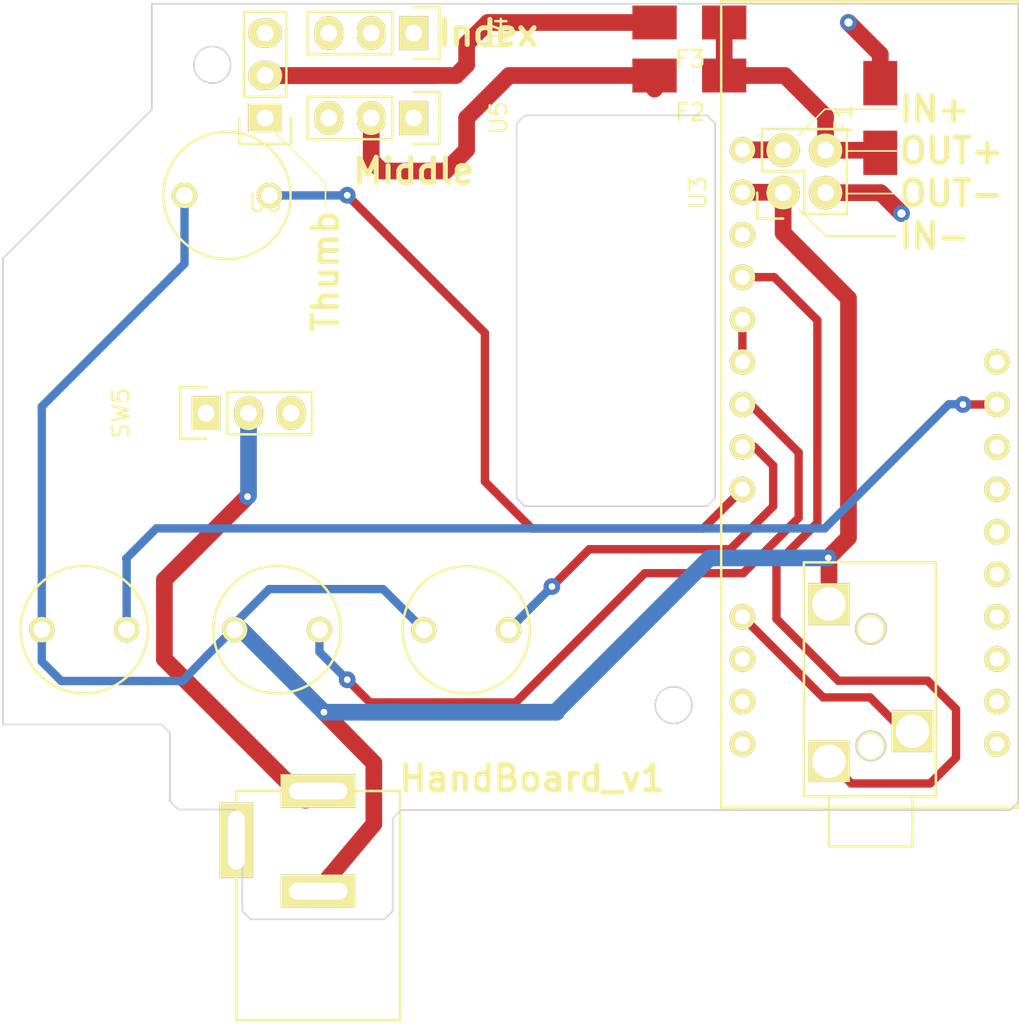
<source format=kicad_pcb>
(kicad_pcb (version 4) (host pcbnew 4.0.1-stable)

  (general
    (links 30)
    (no_connects 0)
    (area 95.268 66.530187 157.666101 152.344648)
    (thickness 1.6)
    (drawings 50)
    (tracks 182)
    (zones 0)
    (modules 15)
    (nets 29)
  )

  (page A4)
  (layers
    (0 F.Cu signal)
    (1 In1.Cu signal)
    (2 In2.Cu signal)
    (31 B.Cu signal)
    (32 B.Adhes user)
    (33 F.Adhes user)
    (34 B.Paste user)
    (35 F.Paste user)
    (36 B.SilkS user)
    (37 F.SilkS user)
    (38 B.Mask user)
    (39 F.Mask user)
    (40 Dwgs.User user)
    (41 Cmts.User user)
    (42 Eco1.User user)
    (43 Eco2.User user)
    (44 Edge.Cuts user)
    (45 Margin user)
    (46 B.CrtYd user)
    (47 F.CrtYd user)
    (48 B.Fab user)
    (49 F.Fab user)
  )

  (setup
    (last_trace_width 0.5)
    (user_trace_width 0.5)
    (user_trace_width 1)
    (trace_clearance 0.2)
    (zone_clearance 0.508)
    (zone_45_only no)
    (trace_min 0.2)
    (segment_width 0.1)
    (edge_width 0.1)
    (via_size 1)
    (via_drill 0.5)
    (via_min_size 0.4)
    (via_min_drill 0.4)
    (user_via 1 0.4)
    (user_via 1.5 0.4)
    (uvia_size 0.3)
    (uvia_drill 0.1)
    (uvias_allowed no)
    (uvia_min_size 0.2)
    (uvia_min_drill 0.1)
    (pcb_text_width 0.3)
    (pcb_text_size 1.5 1.5)
    (mod_edge_width 0.15)
    (mod_text_size 1 1)
    (mod_text_width 0.15)
    (pad_size 2 4.5)
    (pad_drill 1)
    (pad_to_mask_clearance 0.1)
    (solder_mask_min_width 0.1)
    (aux_axis_origin 157.4711 80.7836)
    (grid_origin 156.1211 84.6836)
    (visible_elements 7FFCDE09)
    (pcbplotparams
      (layerselection 0x010f0_80000001)
      (usegerberextensions true)
      (excludeedgelayer true)
      (linewidth 0.100000)
      (plotframeref false)
      (viasonmask false)
      (mode 1)
      (useauxorigin false)
      (hpglpennumber 1)
      (hpglpenspeed 20)
      (hpglpendiameter 15)
      (hpglpenoverlay 2)
      (psnegative false)
      (psa4output false)
      (plotreference false)
      (plotvalue false)
      (plotinvisibletext false)
      (padsonsilk false)
      (subtractmaskfromsilk false)
      (outputformat 1)
      (mirror false)
      (drillshape 0)
      (scaleselection 1)
      (outputdirectory 160111HandBoard_v1_2/))
  )

  (net 0 "")
  (net 1 "Net-(CON1-Pad3)")
  (net 2 "Net-(CON1-Pad1)")
  (net 3 "Net-(SW5-Pad1)")
  (net 4 "Net-(SW5-Pad3)")
  (net 5 "Net-(U1-Pad4)")
  (net 6 "Net-(U1-Pad2)")
  (net 7 "Net-(U2-PadRST)")
  (net 8 "Net-(U2-PadNC)")
  (net 9 "Net-(U2-Pad13)")
  (net 10 "Net-(U2-Pad3)")
  (net 11 "Net-(U2-Pad5)")
  (net 12 "Net-(U2-Pad6)")
  (net 13 "Net-(U2-Pad7)")
  (net 14 "Net-(U2-Pad8)")
  (net 15 "Net-(U2-Pad10)")
  (net 16 "Net-(U2-Pad11)")
  (net 17 "Net-(U2-Pad12)")
  (net 18 "Net-(U3-Pad3)")
  (net 19 "Net-(SW1:MAX1-Pad2)")
  (net 20 "Net-(SW2:MIN1-Pad2)")
  (net 21 "Net-(SW3:Thumb1-Pad2)")
  (net 22 "Net-(SW4:Middle1-Pad2)")
  (net 23 "Net-(F1-Pad1)")
  (net 24 "Net-(F1-Pad2)")
  (net 25 "Net-(F2-Pad2)")
  (net 26 "Net-(F3-Pad2)")
  (net 27 "Net-(CON1-Pad2)")
  (net 28 "Net-(U2-Pad3V3)")

  (net_class Default "これは標準のネット クラスです。"
    (clearance 0.2)
    (trace_width 0.5)
    (via_dia 1)
    (via_drill 0.5)
    (uvia_dia 0.3)
    (uvia_drill 0.1)
    (add_net "Net-(CON1-Pad1)")
    (add_net "Net-(CON1-Pad2)")
    (add_net "Net-(CON1-Pad3)")
    (add_net "Net-(F1-Pad1)")
    (add_net "Net-(F1-Pad2)")
    (add_net "Net-(F2-Pad2)")
    (add_net "Net-(F3-Pad2)")
    (add_net "Net-(SW1:MAX1-Pad2)")
    (add_net "Net-(SW2:MIN1-Pad2)")
    (add_net "Net-(SW3:Thumb1-Pad2)")
    (add_net "Net-(SW4:Middle1-Pad2)")
    (add_net "Net-(SW5-Pad1)")
    (add_net "Net-(SW5-Pad3)")
    (add_net "Net-(U1-Pad2)")
    (add_net "Net-(U1-Pad4)")
    (add_net "Net-(U2-Pad10)")
    (add_net "Net-(U2-Pad11)")
    (add_net "Net-(U2-Pad12)")
    (add_net "Net-(U2-Pad13)")
    (add_net "Net-(U2-Pad3)")
    (add_net "Net-(U2-Pad3V3)")
    (add_net "Net-(U2-Pad5)")
    (add_net "Net-(U2-Pad6)")
    (add_net "Net-(U2-Pad7)")
    (add_net "Net-(U2-Pad8)")
    (add_net "Net-(U2-PadNC)")
    (add_net "Net-(U2-PadRST)")
    (add_net "Net-(U3-Pad3)")
  )

  (net_class Custom01 ""
    (clearance 0.2)
    (trace_width 1)
    (via_dia 2)
    (via_drill 0.5)
    (uvia_dia 0.3)
    (uvia_drill 0.1)
  )

  (module Pin_Headers:Pin_Header_Straight_2x02 (layer F.Cu) (tedit 56332AA7) (tstamp 55951767)
    (at 143.3195 92.329 90)
    (descr "Through hole pin header")
    (tags "pin header")
    (path /55C499A9)
    (fp_text reference U3 (at 0 -5.1 90) (layer F.SilkS)
      (effects (font (size 1 1) (thickness 0.15)))
    )
    (fp_text value "Seed_Studio_Adjustable_DC/DC_Power_Converter_(1.25V_-_35V/3A)" (at 0 -3.1 90) (layer F.Fab)
      (effects (font (size 1 1) (thickness 0.15)))
    )
    (fp_line (start -1.75 -1.75) (end -1.75 4.3) (layer F.CrtYd) (width 0.05))
    (fp_line (start 4.3 -1.75) (end 4.3 4.3) (layer F.CrtYd) (width 0.05))
    (fp_line (start -1.75 -1.75) (end 4.3 -1.75) (layer F.CrtYd) (width 0.05))
    (fp_line (start -1.75 4.3) (end 4.3 4.3) (layer F.CrtYd) (width 0.05))
    (fp_line (start -1.55 0) (end -1.55 -1.55) (layer F.SilkS) (width 0.15))
    (fp_line (start 0 -1.55) (end -1.55 -1.55) (layer F.SilkS) (width 0.15))
    (fp_line (start -1.27 1.27) (end 1.27 1.27) (layer F.SilkS) (width 0.15))
    (fp_line (start 1.27 1.27) (end 1.27 -1.27) (layer F.SilkS) (width 0.15))
    (fp_line (start 1.27 -1.27) (end 3.81 -1.27) (layer F.SilkS) (width 0.15))
    (fp_line (start 3.81 -1.27) (end 3.81 3.81) (layer F.SilkS) (width 0.15))
    (fp_line (start 3.81 3.81) (end -1.27 3.81) (layer F.SilkS) (width 0.15))
    (fp_line (start -1.27 3.81) (end -1.27 1.27) (layer F.SilkS) (width 0.15))
    (pad 2 thru_hole circle (at 0 0 90) (size 2 2) (drill 1) (layers *.Cu *.Mask F.SilkS)
      (net 27 "Net-(CON1-Pad2)"))
    (pad 1 thru_hole oval (at 2.54 0 90) (size 2 2) (drill 1) (layers *.Cu *.Mask F.SilkS)
      (net 3 "Net-(SW5-Pad1)"))
    (pad 3 thru_hole oval (at 0 2.54 90) (size 2 2) (drill 1) (layers *.Cu *.Mask F.SilkS)
      (net 18 "Net-(U3-Pad3)"))
    (pad 4 thru_hole oval (at 2.54 2.54 90) (size 2 2) (drill 1) (layers *.Cu *.Mask F.SilkS)
      (net 23 "Net-(F1-Pad1)"))
    (model Pin_Headers.3dshapes/Pin_Header_Straight_2x02.wrl
      (at (xyz 0.05 -0.05 0))
      (scale (xyz 1 1 1))
      (rotate (xyz 0 0 90))
    )
  )

  (module HACKberry_v1:SKRGAQ0010 (layer F.Cu) (tedit 56333A90) (tstamp 55951BFF)
    (at 101.473 118.4783 90)
    (path /555F3438)
    (fp_text reference SW1:MAX1 (at 0 5.08 90) (layer F.SilkS) hide
      (effects (font (size 1 1) (thickness 0.15)))
    )
    (fp_text value SW_PUSH_SKRGAQD010 (at 0 -5.08 90) (layer F.Fab)
      (effects (font (size 1 1) (thickness 0.15)))
    )
    (fp_circle (center 0 0) (end 0 -3.81) (layer F.SilkS) (width 0.15))
    (pad 1 thru_hole circle (at 0 -2.54 90) (size 1.524 1.524) (drill 1) (layers *.Cu *.Mask F.SilkS)
      (net 27 "Net-(CON1-Pad2)"))
    (pad 2 thru_hole circle (at 0 2.54 90) (size 1.524 1.524) (drill 1) (layers *.Cu *.Mask F.SilkS)
      (net 19 "Net-(SW1:MAX1-Pad2)"))
  )

  (module HACKberry_v1:SKRGAQ0010 (layer F.Cu) (tedit 56333A84) (tstamp 55951C05)
    (at 113.0173 118.4783 90)
    (path /555F3584)
    (fp_text reference SW2:MIN1 (at 0 5.08 90) (layer F.SilkS) hide
      (effects (font (size 1 1) (thickness 0.15)))
    )
    (fp_text value SW_PUSH_SKRGAQD010 (at 0 -5.08 90) (layer F.Fab)
      (effects (font (size 1 1) (thickness 0.15)))
    )
    (fp_circle (center 0 0) (end 0 -3.81) (layer F.SilkS) (width 0.15))
    (pad 1 thru_hole circle (at 0 -2.54 90) (size 1.524 1.524) (drill 1) (layers *.Cu *.Mask F.SilkS)
      (net 27 "Net-(CON1-Pad2)"))
    (pad 2 thru_hole circle (at 0 2.54 90) (size 1.524 1.524) (drill 1) (layers *.Cu *.Mask F.SilkS)
      (net 20 "Net-(SW2:MIN1-Pad2)"))
  )

  (module HACKberry_v1:SKRGAQ0010 (layer F.Cu) (tedit 56333A76) (tstamp 55951C0B)
    (at 124.3457 118.491 90)
    (path /555F35CD)
    (fp_text reference SW3:Thumb1 (at 0 5.08 90) (layer F.SilkS) hide
      (effects (font (size 1 1) (thickness 0.15)))
    )
    (fp_text value SW_PUSH_SKRGAQD010 (at 0 -5.08 90) (layer F.Fab)
      (effects (font (size 1 1) (thickness 0.15)))
    )
    (fp_circle (center 0 0) (end 0 -3.81) (layer F.SilkS) (width 0.15))
    (pad 1 thru_hole circle (at 0 -2.54 90) (size 1.524 1.524) (drill 1) (layers *.Cu *.Mask F.SilkS)
      (net 27 "Net-(CON1-Pad2)"))
    (pad 2 thru_hole circle (at 0 2.54 90) (size 1.524 1.524) (drill 1) (layers *.Cu *.Mask F.SilkS)
      (net 21 "Net-(SW3:Thumb1-Pad2)"))
  )

  (module HACKberry_v1:SKRGAQ0010 (layer F.Cu) (tedit 5633399F) (tstamp 55951C11)
    (at 110.0201 92.4941 90)
    (path /55950644)
    (fp_text reference SW4:Middle1 (at 0 5.08 90) (layer F.SilkS) hide
      (effects (font (size 1 1) (thickness 0.15)))
    )
    (fp_text value SW_PUSH_SKRGAQD010 (at 0 -5.08 90) (layer F.Fab)
      (effects (font (size 1 1) (thickness 0.15)))
    )
    (fp_circle (center 0 0) (end 0 -3.81) (layer F.SilkS) (width 0.15))
    (pad 1 thru_hole circle (at 0 -2.54 90) (size 1.524 1.524) (drill 1) (layers *.Cu *.Mask F.SilkS)
      (net 27 "Net-(CON1-Pad2)"))
    (pad 2 thru_hole circle (at 0 2.54 90) (size 1.524 1.524) (drill 1) (layers *.Cu *.Mask F.SilkS)
      (net 22 "Net-(SW4:Middle1-Pad2)"))
  )

  (module HACKberry_v1:MINIATURE_JACK_MJ-4535-3 (layer F.Cu) (tedit 56332A45) (tstamp 55951739)
    (at 148.5646 125.4506 270)
    (path /55C4B2D6)
    (fp_text reference U1 (at 0 3.81 270) (layer F.SilkS) hide
      (effects (font (size 1 1) (thickness 0.15)))
    )
    (fp_text value 3-CONDUCTOR_MINIATUIRE_JACK_MJ-4535-3-RESCUE-HandBoard_v1 (at 0 -5 270) (layer F.Fab)
      (effects (font (size 1 1) (thickness 0.15)))
    )
    (fp_line (start 3 -3.9) (end -11 -3.9) (layer F.SilkS) (width 0.15))
    (fp_line (start -11 -3.9) (end -11 4) (layer F.SilkS) (width 0.15))
    (fp_line (start -11 4) (end 3 4) (layer F.SilkS) (width 0.15))
    (fp_line (start 3 4) (end 3 -3.9) (layer F.SilkS) (width 0.15))
    (fp_line (start 6 2.5) (end 3 2.5) (layer F.SilkS) (width 0.15))
    (fp_line (start 6 -2.5) (end 6 2.5) (layer F.SilkS) (width 0.15))
    (fp_line (start 3 -2.5) (end 6 -2.5) (layer F.SilkS) (width 0.15))
    (fp_circle (center -7 0) (end -6.8 0.8) (layer F.SilkS) (width 0.15))
    (fp_circle (center 0 0) (end -0.2 0.8) (layer F.SilkS) (width 0.15))
    (pad 4 thru_hole rect (at -0.9 -2.5 270) (size 2.5 2.5) (drill oval 2) (layers *.Cu *.Mask F.SilkS)
      (net 5 "Net-(U1-Pad4)"))
    (pad 2 thru_hole rect (at 0.9 2.5 270) (size 2.5 2.5) (drill oval 2) (layers *.Cu *.Mask F.SilkS)
      (net 6 "Net-(U1-Pad2)"))
    (pad 1 thru_hole rect (at -8.5 2.5 270) (size 2.5 2.5) (drill oval 2) (layers *.Cu *.Mask F.SilkS)
      (net 27 "Net-(CON1-Pad2)"))
  )

  (module Pin_Headers:Pin_Header_Straight_1x03 (layer F.Cu) (tedit 5633395B) (tstamp 5595177C)
    (at 112.3061 87.8586 180)
    (descr "Through hole pin header")
    (tags "pin header")
    (path /55C4ACE8)
    (fp_text reference U6 (at 0 -5.1 180) (layer F.SilkS)
      (effects (font (size 1 1) (thickness 0.15)))
    )
    (fp_text value Servo_Motor_ES08MD (at 0 -3.1 180) (layer F.Fab)
      (effects (font (size 1 1) (thickness 0.15)))
    )
    (fp_line (start -1.75 -1.75) (end -1.75 6.85) (layer F.CrtYd) (width 0.05))
    (fp_line (start 1.75 -1.75) (end 1.75 6.85) (layer F.CrtYd) (width 0.05))
    (fp_line (start -1.75 -1.75) (end 1.75 -1.75) (layer F.CrtYd) (width 0.05))
    (fp_line (start -1.75 6.85) (end 1.75 6.85) (layer F.CrtYd) (width 0.05))
    (fp_line (start -1.27 1.27) (end -1.27 6.35) (layer F.SilkS) (width 0.15))
    (fp_line (start -1.27 6.35) (end 1.27 6.35) (layer F.SilkS) (width 0.15))
    (fp_line (start 1.27 6.35) (end 1.27 1.27) (layer F.SilkS) (width 0.15))
    (fp_line (start 1.55 -1.55) (end 1.55 0) (layer F.SilkS) (width 0.15))
    (fp_line (start 1.27 1.27) (end -1.27 1.27) (layer F.SilkS) (width 0.15))
    (fp_line (start -1.55 0) (end -1.55 -1.55) (layer F.SilkS) (width 0.15))
    (fp_line (start -1.55 -1.55) (end 1.55 -1.55) (layer F.SilkS) (width 0.15))
    (pad 1 thru_hole rect (at 0 0 180) (size 2.032 1.7272) (drill 1) (layers *.Cu *.Mask F.SilkS)
      (net 12 "Net-(U2-Pad6)"))
    (pad 2 thru_hole oval (at 0 2.54 180) (size 2.032 1.7272) (drill 1) (layers *.Cu *.Mask F.SilkS)
      (net 26 "Net-(F3-Pad2)"))
    (pad 3 thru_hole oval (at 0 5.08 180) (size 2.032 1.7272) (drill 1) (layers *.Cu *.Mask F.SilkS)
      (net 18 "Net-(U3-Pad3)"))
    (model Pin_Headers.3dshapes/Pin_Header_Straight_1x03.wrl
      (at (xyz 0 -0.1 0))
      (scale (xyz 1 1 1))
      (rotate (xyz 0 0 90))
    )
  )

  (module Pin_Headers:Pin_Header_Straight_1x03 (layer F.Cu) (tedit 56333FF5) (tstamp 55951732)
    (at 108.77042 105.52176 90)
    (descr "Through hole pin header")
    (tags "pin header")
    (path /555F35ED)
    (fp_text reference SW5 (at 0 -5.1 90) (layer F.SilkS)
      (effects (font (size 1 1) (thickness 0.15)))
    )
    (fp_text value SWITCH_SS-12SDP2 (at 0 -3.1 90) (layer F.Fab)
      (effects (font (size 1 1) (thickness 0.15)))
    )
    (fp_line (start -1.75 -1.75) (end -1.75 6.85) (layer F.CrtYd) (width 0.05))
    (fp_line (start 1.75 -1.75) (end 1.75 6.85) (layer F.CrtYd) (width 0.05))
    (fp_line (start -1.75 -1.75) (end 1.75 -1.75) (layer F.CrtYd) (width 0.05))
    (fp_line (start -1.75 6.85) (end 1.75 6.85) (layer F.CrtYd) (width 0.05))
    (fp_line (start -1.27 1.27) (end -1.27 6.35) (layer F.SilkS) (width 0.15))
    (fp_line (start -1.27 6.35) (end 1.27 6.35) (layer F.SilkS) (width 0.15))
    (fp_line (start 1.27 6.35) (end 1.27 1.27) (layer F.SilkS) (width 0.15))
    (fp_line (start 1.55 -1.55) (end 1.55 0) (layer F.SilkS) (width 0.15))
    (fp_line (start 1.27 1.27) (end -1.27 1.27) (layer F.SilkS) (width 0.15))
    (fp_line (start -1.55 0) (end -1.55 -1.55) (layer F.SilkS) (width 0.15))
    (fp_line (start -1.55 -1.55) (end 1.55 -1.55) (layer F.SilkS) (width 0.15))
    (pad 1 thru_hole rect (at 0 0 90) (size 2.032 1.7272) (drill 1) (layers *.Cu *.Mask F.SilkS)
      (net 3 "Net-(SW5-Pad1)"))
    (pad 2 thru_hole oval (at 0 2.54 90) (size 2.032 1.7272) (drill 1) (layers *.Cu *.Mask F.SilkS)
      (net 2 "Net-(CON1-Pad1)"))
    (pad 3 thru_hole oval (at 0 5.08 90) (size 2.032 1.7272) (drill 1) (layers *.Cu *.Mask F.SilkS)
      (net 4 "Net-(SW5-Pad3)"))
    (model Pin_Headers.3dshapes/Pin_Header_Straight_1x03.wrl
      (at (xyz 0 -0.1 0))
      (scale (xyz 1 1 1))
      (rotate (xyz 0 0 90))
    )
  )

  (module Pin_Headers:Pin_Header_Straight_1x03 (layer F.Cu) (tedit 56333981) (tstamp 5595176E)
    (at 121.1961 82.7786 270)
    (descr "Through hole pin header")
    (tags "pin header")
    (path /55C4A9EF)
    (fp_text reference U4 (at 0 -5.1 270) (layer F.SilkS)
      (effects (font (size 1 1) (thickness 0.15)))
    )
    (fp_text value Servo_Motor_S03N (at 0 -3.1 270) (layer F.Fab)
      (effects (font (size 1 1) (thickness 0.15)))
    )
    (fp_line (start -1.75 -1.75) (end -1.75 6.85) (layer F.CrtYd) (width 0.05))
    (fp_line (start 1.75 -1.75) (end 1.75 6.85) (layer F.CrtYd) (width 0.05))
    (fp_line (start -1.75 -1.75) (end 1.75 -1.75) (layer F.CrtYd) (width 0.05))
    (fp_line (start -1.75 6.85) (end 1.75 6.85) (layer F.CrtYd) (width 0.05))
    (fp_line (start -1.27 1.27) (end -1.27 6.35) (layer F.SilkS) (width 0.15))
    (fp_line (start -1.27 6.35) (end 1.27 6.35) (layer F.SilkS) (width 0.15))
    (fp_line (start 1.27 6.35) (end 1.27 1.27) (layer F.SilkS) (width 0.15))
    (fp_line (start 1.55 -1.55) (end 1.55 0) (layer F.SilkS) (width 0.15))
    (fp_line (start 1.27 1.27) (end -1.27 1.27) (layer F.SilkS) (width 0.15))
    (fp_line (start -1.55 0) (end -1.55 -1.55) (layer F.SilkS) (width 0.15))
    (fp_line (start -1.55 -1.55) (end 1.55 -1.55) (layer F.SilkS) (width 0.15))
    (pad 1 thru_hole rect (at 0 0 270) (size 2.032 1.7272) (drill 1) (layers *.Cu *.Mask F.SilkS)
      (net 10 "Net-(U2-Pad3)"))
    (pad 2 thru_hole oval (at 0 2.54 270) (size 2.032 1.7272) (drill 1) (layers *.Cu *.Mask F.SilkS)
      (net 24 "Net-(F1-Pad2)"))
    (pad 3 thru_hole oval (at 0 5.08 270) (size 2.032 1.7272) (drill 1) (layers *.Cu *.Mask F.SilkS)
      (net 18 "Net-(U3-Pad3)"))
    (model Pin_Headers.3dshapes/Pin_Header_Straight_1x03.wrl
      (at (xyz 0 -0.1 0))
      (scale (xyz 1 1 1))
      (rotate (xyz 0 0 90))
    )
  )

  (module Pin_Headers:Pin_Header_Straight_1x03 (layer F.Cu) (tedit 56333970) (tstamp 55951775)
    (at 121.1961 87.8586 270)
    (descr "Through hole pin header")
    (tags "pin header")
    (path /55C4ACAA)
    (fp_text reference U5 (at 0 -5.1 270) (layer F.SilkS)
      (effects (font (size 1 1) (thickness 0.15)))
    )
    (fp_text value Servo_Motor_ES08MD (at 0 -3.1 270) (layer F.Fab)
      (effects (font (size 1 1) (thickness 0.15)))
    )
    (fp_line (start -1.75 -1.75) (end -1.75 6.85) (layer F.CrtYd) (width 0.05))
    (fp_line (start 1.75 -1.75) (end 1.75 6.85) (layer F.CrtYd) (width 0.05))
    (fp_line (start -1.75 -1.75) (end 1.75 -1.75) (layer F.CrtYd) (width 0.05))
    (fp_line (start -1.75 6.85) (end 1.75 6.85) (layer F.CrtYd) (width 0.05))
    (fp_line (start -1.27 1.27) (end -1.27 6.35) (layer F.SilkS) (width 0.15))
    (fp_line (start -1.27 6.35) (end 1.27 6.35) (layer F.SilkS) (width 0.15))
    (fp_line (start 1.27 6.35) (end 1.27 1.27) (layer F.SilkS) (width 0.15))
    (fp_line (start 1.55 -1.55) (end 1.55 0) (layer F.SilkS) (width 0.15))
    (fp_line (start 1.27 1.27) (end -1.27 1.27) (layer F.SilkS) (width 0.15))
    (fp_line (start -1.55 0) (end -1.55 -1.55) (layer F.SilkS) (width 0.15))
    (fp_line (start -1.55 -1.55) (end 1.55 -1.55) (layer F.SilkS) (width 0.15))
    (pad 1 thru_hole rect (at 0 0 270) (size 2.032 1.7272) (drill 1) (layers *.Cu *.Mask F.SilkS)
      (net 11 "Net-(U2-Pad5)"))
    (pad 2 thru_hole oval (at 0 2.54 270) (size 2.032 1.7272) (drill 1) (layers *.Cu *.Mask F.SilkS)
      (net 25 "Net-(F2-Pad2)"))
    (pad 3 thru_hole oval (at 0 5.08 270) (size 2.032 1.7272) (drill 1) (layers *.Cu *.Mask F.SilkS)
      (net 18 "Net-(U3-Pad3)"))
    (model Pin_Headers.3dshapes/Pin_Header_Straight_1x03.wrl
      (at (xyz 0 -0.1 0))
      (scale (xyz 1 1 1))
      (rotate (xyz 0 0 90))
    )
  )

  (module Fuse_Holders_and_Fuses:Fuse_SMD1206_HandSoldering (layer F.Cu) (tedit 0) (tstamp 5763E79E)
    (at 149.1361 87.8586 90)
    (descr "Fuse, Sicherung, SMD1206, Littlefuse-Wickmann 433 Series, Hand Soldering,")
    (tags "Fuse, Sicherung, SMD1206,  Littlefuse-Wickmann 433 Series, Hand Soldering,")
    (path /5763E421)
    (attr smd)
    (fp_text reference F1 (at -0.0508 -2.19964 90) (layer F.SilkS)
      (effects (font (size 1 1) (thickness 0.15)))
    )
    (fp_text value FUSE_Hackberry_large (at -0.14986 2.49936 90) (layer F.Fab)
      (effects (font (size 1 1) (thickness 0.15)))
    )
    (pad 1 smd rect (at -2.08534 0 180) (size 2.02946 2.65176) (layers F.Cu F.Paste F.Mask)
      (net 23 "Net-(F1-Pad1)"))
    (pad 2 smd rect (at 2.08534 0 180) (size 2.02946 2.65176) (layers F.Cu F.Paste F.Mask)
      (net 24 "Net-(F1-Pad2)"))
  )

  (module Fuse_Holders_and_Fuses:Fuse_SMD1206_HandSoldering (layer F.Cu) (tedit 0) (tstamp 5763E7A4)
    (at 137.7061 85.3186 180)
    (descr "Fuse, Sicherung, SMD1206, Littlefuse-Wickmann 433 Series, Hand Soldering,")
    (tags "Fuse, Sicherung, SMD1206,  Littlefuse-Wickmann 433 Series, Hand Soldering,")
    (path /5763E466)
    (attr smd)
    (fp_text reference F2 (at -0.0508 -2.19964 180) (layer F.SilkS)
      (effects (font (size 1 1) (thickness 0.15)))
    )
    (fp_text value FUSE_Hackberry (at -0.14986 2.49936 180) (layer F.Fab)
      (effects (font (size 1 1) (thickness 0.15)))
    )
    (pad 1 smd rect (at -2.08534 0 270) (size 2.02946 2.65176) (layers F.Cu F.Paste F.Mask)
      (net 23 "Net-(F1-Pad1)"))
    (pad 2 smd rect (at 2.08534 0 270) (size 2.02946 2.65176) (layers F.Cu F.Paste F.Mask)
      (net 25 "Net-(F2-Pad2)"))
  )

  (module Fuse_Holders_and_Fuses:Fuse_SMD1206_HandSoldering (layer F.Cu) (tedit 0) (tstamp 5763E7AA)
    (at 137.7061 82.1436 180)
    (descr "Fuse, Sicherung, SMD1206, Littlefuse-Wickmann 433 Series, Hand Soldering,")
    (tags "Fuse, Sicherung, SMD1206,  Littlefuse-Wickmann 433 Series, Hand Soldering,")
    (path /5763E4A1)
    (attr smd)
    (fp_text reference F3 (at -0.0508 -2.19964 180) (layer F.SilkS)
      (effects (font (size 1 1) (thickness 0.15)))
    )
    (fp_text value FUSE_Hackberry (at -0.14986 2.49936 180) (layer F.Fab)
      (effects (font (size 1 1) (thickness 0.15)))
    )
    (pad 1 smd rect (at -2.08534 0 270) (size 2.02946 2.65176) (layers F.Cu F.Paste F.Mask)
      (net 23 "Net-(F1-Pad1)"))
    (pad 2 smd rect (at 2.08534 0 270) (size 2.02946 2.65176) (layers F.Cu F.Paste F.Mask)
      (net 26 "Net-(F3-Pad2)"))
  )

  (module HACKberry_v1:MJ179PH (layer F.Cu) (tedit 5763E5EE) (tstamp 5763E7F2)
    (at 115.4811 141.8336 90)
    (path /55C49688)
    (fp_text reference CON1 (at 13.97 6.35 90) (layer F.SilkS) hide
      (effects (font (size 1 1) (thickness 0.15)))
    )
    (fp_text value BARREL_JACK (at 13.5 -7.25 90) (layer F.Fab)
      (effects (font (size 1 1) (thickness 0.15)))
    )
    (fp_line (start 0 -4.9) (end 13.7 -4.9) (layer F.SilkS) (width 0.15))
    (fp_line (start 13.7 -4.9) (end 13.7 4.9) (layer F.SilkS) (width 0.15))
    (fp_line (start 13.7 4.9) (end 0 4.9) (layer F.SilkS) (width 0.15))
    (fp_line (start 0 4.9) (end 0 -4.9) (layer F.SilkS) (width 0.15))
    (pad 3 thru_hole rect (at 10.75 -4.9 90) (size 4.5 2) (drill oval 3.5 1) (layers *.Cu *.Mask F.SilkS)
      (net 1 "Net-(CON1-Pad3)"))
    (pad 2 thru_hole rect (at 7.7 0 90) (size 2 4.5) (drill oval 1 3.5) (layers *.Cu *.Mask F.SilkS)
      (net 27 "Net-(CON1-Pad2)"))
    (pad 1 thru_hole rect (at 13.7 0 90) (size 2 4.5) (drill oval 1 3.5) (layers *.Cu *.Mask F.SilkS)
      (net 2 "Net-(CON1-Pad1)"))
  )

  (module HACKberry_v1:Arduino_Micro (layer F.Cu) (tedit 575568DF) (tstamp 5763E89A)
    (at 148.5011 105.0036)
    (path /55C4A094)
    (fp_text reference U2 (at 0 0.5) (layer F.SilkS) hide
      (effects (font (size 1 1) (thickness 0.15)))
    )
    (fp_text value Arduino_Micro (at 0 -0.5) (layer F.Fab)
      (effects (font (size 1 1) (thickness 0.15)))
    )
    (fp_line (start -8.89 24.13) (end -8.89 -24.13) (layer F.SilkS) (width 0.15))
    (fp_line (start -8.89 -24.13) (end 8.89 -24.13) (layer F.SilkS) (width 0.15))
    (fp_line (start 8.89 -24.13) (end 8.89 24.13) (layer F.SilkS) (width 0.15))
    (fp_line (start 8.89 24.13) (end -8.89 24.13) (layer F.SilkS) (width 0.15))
    (pad 9 thru_hole circle (at 7.62 12.7) (size 1.524 1.524) (drill 0.9) (layers *.Cu *.Mask F.SilkS))
    (pad 3 thru_hole circle (at 7.62 -2.54) (size 1.524 1.524) (drill 0.9) (layers *.Cu *.Mask F.SilkS)
      (net 10 "Net-(U2-Pad3)"))
    (pad VIN thru_hole circle (at -7.62 -15.24) (size 1.524 1.524) (drill 0.9) (layers *.Cu *.Mask F.SilkS)
      (net 3 "Net-(SW5-Pad1)"))
    (pad GND thru_hole circle (at -7.62 -12.7) (size 1.524 1.524) (drill 0.9) (layers *.Cu *.Mask F.SilkS)
      (net 27 "Net-(CON1-Pad2)"))
    (pad RST thru_hole circle (at -7.62 -10.16) (size 1.524 1.524) (drill 0.9) (layers *.Cu *.Mask F.SilkS)
      (net 7 "Net-(U2-PadRST)"))
    (pad 5V thru_hole circle (at -7.62 -7.62) (size 1.524 1.524) (drill 0.9) (layers *.Cu *.Mask F.SilkS)
      (net 6 "Net-(U1-Pad2)"))
    (pad NC thru_hole circle (at -7.62 -5.08) (size 1.524 1.524) (drill 0.9) (layers *.Cu *.Mask F.SilkS)
      (net 8 "Net-(U2-PadNC)"))
    (pad NC thru_hole circle (at -7.62 -2.54) (size 1.524 1.524) (drill 0.9) (layers *.Cu *.Mask F.SilkS)
      (net 8 "Net-(U2-PadNC)"))
    (pad 13 thru_hole circle (at -7.62 20.32) (size 1.524 1.524) (drill 0.9) (layers *.Cu *.Mask F.SilkS)
      (net 9 "Net-(U2-Pad13)"))
    (pad 3V3 thru_hole circle (at -7.62 17.78) (size 1.524 1.524) (drill 0.9) (layers *.Cu *.Mask F.SilkS)
      (net 28 "Net-(U2-Pad3V3)"))
    (pad AREF thru_hole circle (at -7.62 15.24) (size 1.524 1.524) (drill 0.9) (layers *.Cu *.Mask F.SilkS))
    (pad A0 thru_hole circle (at -7.62 12.7) (size 1.524 1.524) (drill 0.9) (layers *.Cu *.Mask F.SilkS)
      (net 5 "Net-(U1-Pad4)"))
    (pad A3 thru_hole circle (at -7.62 5.08) (size 1.524 1.524) (drill 0.9) (layers *.Cu *.Mask F.SilkS)
      (net 22 "Net-(SW4:Middle1-Pad2)"))
    (pad A4 thru_hole circle (at -7.62 2.54) (size 1.524 1.524) (drill 0.9) (layers *.Cu *.Mask F.SilkS)
      (net 21 "Net-(SW3:Thumb1-Pad2)"))
    (pad A5 thru_hole circle (at -7.62 0) (size 1.524 1.524) (drill 0.9) (layers *.Cu *.Mask F.SilkS)
      (net 20 "Net-(SW2:MIN1-Pad2)"))
    (pad 3 thru_hole circle (at 7.62 -2.54) (size 1.524 1.524) (drill 0.762) (layers *.Cu *.Mask F.SilkS)
      (net 10 "Net-(U2-Pad3)"))
    (pad A6 thru_hole circle (at 7.62 0) (size 1.524 1.524) (drill 0.9) (layers *.Cu *.Mask F.SilkS)
      (net 19 "Net-(SW1:MAX1-Pad2)"))
    (pad 5 thru_hole circle (at 7.62 2.54) (size 1.524 1.524) (drill 0.9) (layers *.Cu *.Mask F.SilkS)
      (net 11 "Net-(U2-Pad5)"))
    (pad 6 thru_hole circle (at 7.62 5.08) (size 1.524 1.524) (drill 0.9) (layers *.Cu *.Mask F.SilkS)
      (net 12 "Net-(U2-Pad6)"))
    (pad 7 thru_hole circle (at 7.62 7.62) (size 1.524 1.524) (drill 0.9) (layers *.Cu *.Mask F.SilkS)
      (net 13 "Net-(U2-Pad7)"))
    (pad 8 thru_hole circle (at 7.62 10.16) (size 1.524 1.524) (drill 0.9) (layers *.Cu *.Mask F.SilkS)
      (net 14 "Net-(U2-Pad8)"))
    (pad 10 thru_hole circle (at 7.62 15.24) (size 1.524 1.524) (drill 0.9) (layers *.Cu *.Mask F.SilkS)
      (net 15 "Net-(U2-Pad10)"))
    (pad 11 thru_hole circle (at 7.62 17.78) (size 1.524 1.524) (drill 0.9) (layers *.Cu *.Mask F.SilkS)
      (net 16 "Net-(U2-Pad11)"))
    (pad 12 thru_hole circle (at 7.62 20.32) (size 1.524 1.524) (drill 0.9) (layers *.Cu *.Mask F.SilkS)
      (net 17 "Net-(U2-Pad12)"))
  )

  (gr_text Middle (at 125.0061 91.0336) (layer F.SilkS)
    (effects (font (size 1.5 1.5) (thickness 0.3)) (justify right))
  )
  (gr_circle (center 148.5711 125.4336) (end 149.1211 126.1336) (layer Edge.Cuts) (width 0.1))
  (gr_circle (center 148.5711 118.4336) (end 149.3711 118.8836) (layer Edge.Cuts) (width 0.1))
  (gr_text HandBoard_v1 (at 120.1711 127.3836) (layer F.SilkS)
    (effects (font (size 1.5 1.5) (thickness 0.3)) (justify left))
  )
  (gr_text IN- (at 150.1211 94.9336) (layer F.SilkS)
    (effects (font (size 1.5 1.5) (thickness 0.3)) (justify left))
  )
  (gr_text IN+ (at 150.1211 87.3336) (layer F.SilkS)
    (effects (font (size 1.5 1.5) (thickness 0.3)) (justify left))
  )
  (gr_line (start 145.8711 94.9336) (end 144.2711 93.3336) (angle 90) (layer F.SilkS) (width 0.1))
  (gr_line (start 150.1211 94.9336) (end 145.8711 94.9336) (angle 90) (layer F.SilkS) (width 0.1))
  (gr_line (start 145.8211 87.3336) (end 144.2711 88.8836) (angle 90) (layer F.SilkS) (width 0.1))
  (gr_line (start 150.1211 87.3336) (end 145.8211 87.3336) (angle 90) (layer F.SilkS) (width 0.1))
  (gr_text OUT- (at 150.1211 92.3836) (layer F.SilkS)
    (effects (font (size 1.5 1.5) (thickness 0.3)) (justify left))
  )
  (gr_text OUT+ (at 150.1211 89.8336) (layer F.SilkS)
    (effects (font (size 1.5 1.5) (thickness 0.3)) (justify left))
  )
  (gr_line (start 147.1211 92.3836) (end 150.1211 92.3836) (angle 90) (layer F.SilkS) (width 0.1) (tstamp 568FBD4C))
  (gr_line (start 147.1211 89.8336) (end 150.1211 89.8336) (angle 90) (layer F.SilkS) (width 0.1))
  (gr_text Index (at 128.8161 82.7786) (layer F.SilkS)
    (effects (font (size 1.5 1.5) (thickness 0.3)) (justify right))
  )
  (gr_text Thumb (at 115.9211 93.2336 90) (layer F.SilkS)
    (effects (font (size 1.5 1.5) (thickness 0.3)) (justify right))
  )
  (gr_line (start 115.9211 91.7336) (end 115.9211 93.2336) (angle 90) (layer F.SilkS) (width 0.1))
  (gr_line (start 112.9211 88.7336) (end 115.9211 91.7336) (angle 90) (layer F.SilkS) (width 0.1))
  (gr_line (start 119.9411 129.7736) (end 119.9411 135.3136) (angle 90) (layer Edge.Cuts) (width 0.1))
  (gr_line (start 111.4411 135.8136) (end 119.4411 135.8136) (angle 90) (layer Edge.Cuts) (width 0.1))
  (gr_line (start 119.9411 135.3136) (end 119.4411 135.8136) (angle 90) (layer Edge.Cuts) (width 0.1))
  (gr_line (start 110.9411 129.7436) (end 110.9411 135.3136) (angle 90) (layer Edge.Cuts) (width 0.1))
  (gr_line (start 110.9411 135.3136) (end 111.4411 135.8136) (angle 90) (layer Edge.Cuts) (width 0.1))
  (gr_line (start 107.1111 129.2436) (end 110.4411 129.2436) (angle 90) (layer Edge.Cuts) (width 0.1))
  (gr_line (start 110.4411 129.2436) (end 110.9411 129.7436) (angle 90) (layer Edge.Cuts) (width 0.1))
  (gr_line (start 106.6011 124.6436) (end 106.6011 128.7436) (angle 90) (layer Edge.Cuts) (width 0.1))
  (gr_line (start 107.1011 129.2436) (end 107.1111 129.2436) (angle 90) (layer Edge.Cuts) (width 0.1))
  (gr_line (start 106.6011 128.7436) (end 107.1011 129.2436) (angle 90) (layer Edge.Cuts) (width 0.1))
  (gr_line (start 96.6111 124.1536) (end 106.1111 124.1536) (angle 90) (layer Edge.Cuts) (width 0.1))
  (gr_line (start 106.1111 124.1536) (end 106.6011 124.6436) (angle 90) (layer Edge.Cuts) (width 0.1))
  (gr_circle (center 148.5711 118.4836) (end 148.6211 117.6336) (layer Eco1.User) (width 0.1))
  (gr_circle (center 148.5711 125.4836) (end 148.5711 124.6336) (layer Eco1.User) (width 0.1))
  (gr_line (start 157.4111 81.0236) (end 105.5211 81.0236) (angle 90) (layer Edge.Cuts) (width 0.1))
  (gr_line (start 157.4111 128.7736) (end 157.4111 81.0236) (angle 90) (layer Edge.Cuts) (width 0.1))
  (gr_line (start 156.9111 129.2736) (end 157.4111 128.7736) (angle 90) (layer Edge.Cuts) (width 0.1))
  (gr_line (start 120.4411 129.2736) (end 156.9111 129.2736) (angle 90) (layer Edge.Cuts) (width 0.1))
  (gr_line (start 119.9411 129.7736) (end 120.4411 129.2736) (angle 90) (layer Edge.Cuts) (width 0.1))
  (gr_line (start 96.6111 96.2636) (end 96.6111 124.1536) (angle 90) (layer Edge.Cuts) (width 0.1))
  (gr_line (start 105.5211 87.3536) (end 96.6111 96.2636) (angle 90) (layer Edge.Cuts) (width 0.1))
  (gr_line (start 105.5211 81.0236) (end 105.5211 87.3536) (angle 90) (layer Edge.Cuts) (width 0.1))
  (gr_line (start 138.7611 87.7036) (end 127.8511 87.7036) (angle 90) (layer Edge.Cuts) (width 0.1))
  (gr_line (start 139.2511 88.1936) (end 138.7611 87.7036) (angle 90) (layer Edge.Cuts) (width 0.1))
  (gr_line (start 139.2511 110.5936) (end 139.2511 88.1936) (angle 90) (layer Edge.Cuts) (width 0.1))
  (gr_line (start 138.7511 111.0936) (end 139.2511 110.5936) (angle 90) (layer Edge.Cuts) (width 0.1))
  (gr_line (start 127.8511 111.0936) (end 138.7511 111.0936) (angle 90) (layer Edge.Cuts) (width 0.1))
  (gr_line (start 127.3611 110.6036) (end 127.8511 111.0936) (angle 90) (layer Edge.Cuts) (width 0.1))
  (gr_line (start 127.3611 88.1936) (end 127.3611 110.6036) (angle 90) (layer Edge.Cuts) (width 0.1))
  (gr_line (start 127.8511 87.7036) (end 127.3611 88.1936) (angle 90) (layer Edge.Cuts) (width 0.1))
  (gr_circle (center 136.7607 122.9964) (end 137.8607 122.9964) (layer Edge.Cuts) (width 0.1))
  (gr_circle (center 109.1407 84.6764) (end 110.2407 84.6764) (layer Edge.Cuts) (width 0.1))

  (segment (start 111.31042 105.52176) (end 111.31042 110.45698) (width 1) (layer B.Cu) (net 2))
  (via (at 111.252 110.5154) (size 1) (drill 0.4) (layers F.Cu B.Cu) (net 2))
  (segment (start 111.31042 110.45698) (end 111.252 110.5154) (width 1) (layer B.Cu) (net 2) (tstamp 55AF8DCC))
  (segment (start 106.2736 116.1542) (end 106.2736 120.23928) (width 1) (layer F.Cu) (net 2) (tstamp 559534BB))
  (segment (start 106.2736 120.23928) (end 114.72164 128.68732) (width 1) (layer F.Cu) (net 2) (tstamp 559534BE))
  (segment (start 106.2736 115.4938) (end 106.2736 116.1542) (width 1) (layer F.Cu) (net 2) (tstamp 55AF8DD0))
  (segment (start 111.252 110.5154) (end 106.2736 115.4938) (width 1) (layer F.Cu) (net 2) (tstamp 55AF8DCF))
  (segment (start 108.77042 105.52176) (end 108.77042 99.64928) (width 1) (layer In1.Cu) (net 3))
  (segment (start 140.8811 87.2236) (end 140.8811 89.7636) (width 1) (layer In1.Cu) (net 3) (tstamp 5763F287))
  (segment (start 139.6111 85.9536) (end 140.8811 87.2236) (width 1) (layer In1.Cu) (net 3) (tstamp 5763F285))
  (segment (start 127.5461 85.9536) (end 139.6111 85.9536) (width 1) (layer In1.Cu) (net 3) (tstamp 5763F283))
  (segment (start 126.2761 87.2236) (end 127.5461 85.9536) (width 1) (layer In1.Cu) (net 3) (tstamp 5763F282))
  (segment (start 126.2761 94.2086) (end 126.2761 87.2236) (width 1) (layer In1.Cu) (net 3) (tstamp 5763F27F))
  (segment (start 123.7361 96.7486) (end 126.2761 94.2086) (width 1) (layer In1.Cu) (net 3) (tstamp 5763F27D))
  (segment (start 111.6711 96.7486) (end 123.7361 96.7486) (width 1) (layer In1.Cu) (net 3) (tstamp 5763F27B))
  (segment (start 108.77042 99.64928) (end 111.6711 96.7486) (width 1) (layer In1.Cu) (net 3) (tstamp 5763F279))
  (segment (start 143.2941 89.7636) (end 143.3195 89.789) (width 0.5) (layer F.Cu) (net 3) (tstamp 55952B6C))
  (segment (start 140.8811 89.7636) (end 143.2941 89.7636) (width 1) (layer F.Cu) (net 3))
  (segment (start 143.2941 89.7636) (end 143.3195 89.789) (width 0.5) (layer F.Cu) (net 3) (tstamp 55CC037C))
  (segment (start 148.5211 122.5336) (end 145.7111 122.5336) (width 0.5) (layer F.Cu) (net 5) (tstamp 56326C86))
  (segment (start 145.7111 122.5336) (end 140.8811 117.7036) (width 0.5) (layer F.Cu) (net 5) (tstamp 56326C89))
  (segment (start 150.5381 124.5506) (end 148.5211 122.5336) (width 0.5) (layer F.Cu) (net 5) (tstamp 56326C82))
  (segment (start 151.0646 124.5506) (end 150.5381 124.5506) (width 1) (layer F.Cu) (net 5))
  (segment (start 140.8811 97.3836) (end 142.7861 97.3836) (width 0.5) (layer F.Cu) (net 6))
  (segment (start 145.3711 112.0836) (end 142.9211 114.5336) (width 0.5) (layer F.Cu) (net 6) (tstamp 5633378A))
  (segment (start 142.9211 114.5336) (end 142.9211 117.8336) (width 0.5) (layer F.Cu) (net 6) (tstamp 5633378E))
  (segment (start 142.9211 117.8336) (end 146.6211 121.5336) (width 0.5) (layer F.Cu) (net 6) (tstamp 56333790))
  (segment (start 146.6211 121.5336) (end 151.9711 121.5336) (width 0.5) (layer F.Cu) (net 6) (tstamp 56333796))
  (segment (start 151.9711 121.5336) (end 153.6711 123.2336) (width 0.5) (layer F.Cu) (net 6) (tstamp 56333798))
  (segment (start 147.3976 127.6836) (end 146.0646 126.3506) (width 0.5) (layer F.Cu) (net 6) (tstamp 563337A1))
  (segment (start 153.6711 123.2336) (end 153.6711 126.1336) (width 0.5) (layer F.Cu) (net 6) (tstamp 5633379B))
  (segment (start 153.6711 126.1336) (end 152.1211 127.6836) (width 0.5) (layer F.Cu) (net 6) (tstamp 5633379C))
  (segment (start 152.1211 127.6836) (end 147.3976 127.6836) (width 0.5) (layer F.Cu) (net 6) (tstamp 5633379E))
  (segment (start 145.3711 99.9686) (end 145.3711 112.0836) (width 0.5) (layer F.Cu) (net 6) (tstamp 5763F513))
  (segment (start 142.7861 97.3836) (end 145.3711 99.9686) (width 0.5) (layer F.Cu) (net 6) (tstamp 5763F511))
  (segment (start 140.8811 97.3836) (end 140.8811 97.3936) (width 0.5) (layer F.Cu) (net 6))
  (segment (start 140.8811 99.9236) (end 140.8811 102.4636) (width 0.5) (layer F.Cu) (net 8))
  (segment (start 121.1961 82.7786) (end 145.3261 82.7786) (width 0.5) (layer In2.Cu) (net 10))
  (segment (start 156.1211 96.1136) (end 156.1211 102.4636) (width 0.5) (layer In2.Cu) (net 10) (tstamp 5763F45C))
  (segment (start 154.2161 94.2086) (end 156.1211 96.1136) (width 0.5) (layer In2.Cu) (net 10) (tstamp 5763F45A))
  (segment (start 154.2161 84.6836) (end 154.2161 94.2086) (width 0.5) (layer In2.Cu) (net 10) (tstamp 5763F453))
  (segment (start 152.9461 83.4136) (end 154.2161 84.6836) (width 0.5) (layer In2.Cu) (net 10) (tstamp 5763F452))
  (segment (start 145.9611 83.4136) (end 152.9461 83.4136) (width 0.5) (layer In2.Cu) (net 10) (tstamp 5763F44D))
  (segment (start 145.3261 82.7786) (end 145.9611 83.4136) (width 0.5) (layer In2.Cu) (net 10) (tstamp 5763F449))
  (segment (start 121.1961 87.8586) (end 123.7361 87.8586) (width 0.5) (layer In2.Cu) (net 11))
  (segment (start 152.9461 107.5436) (end 156.1211 107.5436) (width 0.5) (layer In2.Cu) (net 11) (tstamp 5763F472))
  (segment (start 151.6761 106.2736) (end 152.9461 107.5436) (width 0.5) (layer In2.Cu) (net 11) (tstamp 5763F470))
  (segment (start 151.6761 101.8286) (end 151.6761 106.2736) (width 0.5) (layer In2.Cu) (net 11) (tstamp 5763F46E))
  (segment (start 152.9461 100.5586) (end 151.6761 101.8286) (width 0.5) (layer In2.Cu) (net 11) (tstamp 5763F46D))
  (segment (start 152.9461 87.2236) (end 152.9461 100.5586) (width 0.5) (layer In2.Cu) (net 11) (tstamp 5763F469))
  (segment (start 151.0411 85.3186) (end 152.9461 87.2236) (width 0.5) (layer In2.Cu) (net 11) (tstamp 5763F468))
  (segment (start 126.2761 85.3186) (end 151.0411 85.3186) (width 0.5) (layer In2.Cu) (net 11) (tstamp 5763F464))
  (segment (start 123.7361 87.8586) (end 126.2761 85.3186) (width 0.5) (layer In2.Cu) (net 11) (tstamp 5763F461))
  (segment (start 112.3061 87.8586) (end 112.3061 89.1286) (width 0.5) (layer In2.Cu) (net 12))
  (segment (start 151.0411 110.0836) (end 156.1211 110.0836) (width 0.5) (layer In2.Cu) (net 12) (tstamp 5763F2BF))
  (segment (start 148.5011 107.5436) (end 151.0411 110.0836) (width 0.5) (layer In2.Cu) (net 12) (tstamp 5763F2BC))
  (segment (start 148.5011 87.8586) (end 148.5011 107.5436) (width 0.5) (layer In2.Cu) (net 12) (tstamp 5763F2B3))
  (segment (start 147.2311 86.5886) (end 148.5011 87.8586) (width 0.5) (layer In2.Cu) (net 12) (tstamp 5763F2B2))
  (segment (start 127.5461 86.5886) (end 147.2311 86.5886) (width 0.5) (layer In2.Cu) (net 12) (tstamp 5763F2AB))
  (segment (start 126.2761 87.8586) (end 127.5461 86.5886) (width 0.5) (layer In2.Cu) (net 12) (tstamp 5763F2AA))
  (segment (start 126.2761 89.7636) (end 126.2761 87.8586) (width 0.5) (layer In2.Cu) (net 12) (tstamp 5763F2A9))
  (segment (start 125.0061 91.0336) (end 126.2761 89.7636) (width 0.5) (layer In2.Cu) (net 12) (tstamp 5763F2A7))
  (segment (start 114.2111 91.0336) (end 125.0061 91.0336) (width 0.5) (layer In2.Cu) (net 12) (tstamp 5763F2A4))
  (segment (start 112.3061 89.1286) (end 114.2111 91.0336) (width 0.5) (layer In2.Cu) (net 12) (tstamp 5763F2A2))
  (segment (start 116.1161 82.7786) (end 112.3061 82.7786) (width 1) (layer In1.Cu) (net 18))
  (segment (start 116.1161 87.8586) (end 116.1161 82.7786) (width 1) (layer In1.Cu) (net 18))
  (segment (start 116.1161 87.8586) (end 116.1161 89.7636) (width 1) (layer In1.Cu) (net 18))
  (segment (start 123.1011 90.3986) (end 124.3711 89.1286) (width 1) (layer In1.Cu) (net 18) (tstamp 5763F261))
  (segment (start 124.3711 89.1286) (end 124.3711 86.5886) (width 1) (layer In1.Cu) (net 18) (tstamp 5763F263))
  (segment (start 124.3711 86.5886) (end 127.5461 83.4136) (width 1) (layer In1.Cu) (net 18) (tstamp 5763F266))
  (segment (start 127.5461 83.4136) (end 145.9611 83.4136) (width 1) (layer In1.Cu) (net 18) (tstamp 5763F26B))
  (segment (start 145.9611 83.4136) (end 147.8661 85.3186) (width 1) (layer In1.Cu) (net 18) (tstamp 5763F273))
  (segment (start 150.4061 93.5736) (end 150.4061 87.8586) (width 1) (layer In1.Cu) (net 18))
  (segment (start 149.1615 92.329) (end 145.8595 92.329) (width 1) (layer F.Cu) (net 18))
  (via (at 150.4061 93.5736) (size 1) (drill 0.5) (layers F.Cu B.Cu) (net 18))
  (segment (start 149.1615 92.329) (end 150.4061 93.5736) (width 1) (layer F.Cu) (net 18) (tstamp 5763F100))
  (segment (start 116.7511 90.3986) (end 116.1161 89.7636) (width 1) (layer In1.Cu) (net 18) (tstamp 5763F21C))
  (segment (start 150.4061 87.8586) (end 147.8661 85.3186) (width 1) (layer In1.Cu) (net 18) (tstamp 5763F20C))
  (segment (start 116.7511 90.3986) (end 123.1011 90.3986) (width 1) (layer In1.Cu) (net 18))
  (segment (start 153.2382 104.9909) (end 154.1018 104.9909) (width 0.5) (layer B.Cu) (net 19))
  (segment (start 105.791 112.4204) (end 103.9876 114.2238) (width 0.5) (layer B.Cu) (net 19) (tstamp 55953BF6))
  (segment (start 104.013 114.2492) (end 103.9876 114.2238) (width 0.5) (layer B.Cu) (net 19) (tstamp 55AF8DFD))
  (segment (start 104.013 114.2492) (end 104.013 118.4783) (width 0.5) (layer B.Cu) (net 19))
  (segment (start 153.2382 104.9909) (end 145.8087 112.4204) (width 0.5) (layer B.Cu) (net 19) (tstamp 55953DD2))
  (segment (start 145.8087 112.4204) (end 105.791 112.4204) (width 0.5) (layer B.Cu) (net 19) (tstamp 55953BF3))
  (via (at 154.0891 105.0036) (size 1) (drill 0.4) (layers F.Cu B.Cu) (net 19))
  (segment (start 154.1018 104.9909) (end 154.0891 105.0036) (width 0.5) (layer B.Cu) (net 19) (tstamp 55CC02FF))
  (segment (start 156.1211 105.0036) (end 154.0891 105.0036) (width 0.5) (layer F.Cu) (net 19))
  (segment (start 115.5573 118.4783) (end 115.5573 119.8118) (width 0.5) (layer B.Cu) (net 20))
  (segment (start 115.5573 119.8118) (end 117.221 121.4755) (width 0.5) (layer B.Cu) (net 20) (tstamp 55AF9474))
  (via (at 117.221 121.4755) (size 1) (drill 0.4) (layers F.Cu B.Cu) (net 20))
  (segment (start 117.221 121.4755) (end 118.5799 122.8344) (width 0.5) (layer F.Cu) (net 20) (tstamp 55AF9476))
  (segment (start 118.5799 122.8344) (end 119.9134 122.8344) (width 0.5) (layer F.Cu) (net 20) (tstamp 55AF9477))
  (segment (start 127.3048 122.8344) (end 119.9134 122.8344) (width 0.5) (layer F.Cu) (net 20) (tstamp 55953BDF))
  (segment (start 135.0391 115.1001) (end 127.3048 122.8344) (width 0.5) (layer F.Cu) (net 20) (tstamp 55953BDD))
  (segment (start 140.9319 115.1001) (end 135.0391 115.1001) (width 0.5) (layer F.Cu) (net 20) (tstamp 55953BDB))
  (segment (start 144.2466 111.7854) (end 140.9319 115.1001) (width 0.5) (layer F.Cu) (net 20) (tstamp 55953BD9))
  (segment (start 144.2466 107.8738) (end 144.2466 111.7854) (width 0.5) (layer F.Cu) (net 20) (tstamp 55953BD7))
  (segment (start 144.2466 107.8738) (end 141.3764 105.0036) (width 0.5) (layer F.Cu) (net 20) (tstamp 55953BD6))
  (segment (start 140.8811 105.0036) (end 141.3764 105.0036) (width 0.5) (layer F.Cu) (net 20))
  (segment (start 126.8857 118.491) (end 129.4765 115.9002) (width 0.5) (layer B.Cu) (net 21))
  (via (at 129.4765 115.9002) (size 1) (drill 0.4) (layers F.Cu B.Cu) (net 21))
  (segment (start 142.7226 108.6612) (end 141.605 107.5436) (width 0.5) (layer F.Cu) (net 21) (tstamp 5595354F))
  (segment (start 142.7226 108.6612) (end 142.7226 111.0996) (width 0.5) (layer F.Cu) (net 21) (tstamp 55953551))
  (segment (start 142.7226 111.0996) (end 140.1572 113.665) (width 0.5) (layer F.Cu) (net 21) (tstamp 55953553))
  (segment (start 140.1572 113.665) (end 131.7117 113.665) (width 0.5) (layer F.Cu) (net 21) (tstamp 55953568))
  (segment (start 129.4765 115.9002) (end 131.7117 113.665) (width 0.5) (layer F.Cu) (net 21) (tstamp 55AF8F3E))
  (segment (start 140.8811 107.5436) (end 141.605 107.5436) (width 0.5) (layer F.Cu) (net 21))
  (segment (start 125.4633 109.6137) (end 125.4633 100.7258) (width 0.5) (layer F.Cu) (net 22))
  (segment (start 140.8811 110.0836) (end 138.5316 112.4331) (width 0.5) (layer F.Cu) (net 22) (tstamp 5595354A))
  (segment (start 128.2827 112.4331) (end 138.5316 112.4331) (width 0.5) (layer F.Cu) (net 22) (tstamp 55953546))
  (segment (start 125.4633 109.6137) (end 128.2827 112.4331) (width 0.5) (layer F.Cu) (net 22) (tstamp 55953544))
  (segment (start 117.2106 92.4941) (end 112.5601 92.4941) (width 0.5) (layer B.Cu) (net 22) (tstamp 5632C43A))
  (segment (start 117.2211 92.4836) (end 117.2106 92.4941) (width 0.5) (layer B.Cu) (net 22) (tstamp 5632C439))
  (via (at 117.2211 92.4836) (size 1) (drill 0.4) (layers F.Cu B.Cu) (net 22))
  (segment (start 125.4633 100.7258) (end 117.2211 92.4836) (width 0.5) (layer F.Cu) (net 22) (tstamp 5632C41F))
  (segment (start 139.79144 85.3186) (end 143.4211 85.3186) (width 1) (layer F.Cu) (net 23))
  (segment (start 145.8595 87.757) (end 145.8595 89.789) (width 1) (layer F.Cu) (net 23) (tstamp 5763F3C8))
  (segment (start 143.4211 85.3186) (end 145.8595 87.757) (width 1) (layer F.Cu) (net 23) (tstamp 5763F3C6))
  (segment (start 139.79144 82.1436) (end 139.79144 85.3186) (width 1) (layer F.Cu) (net 23))
  (segment (start 145.8595 89.789) (end 148.98116 89.789) (width 1) (layer F.Cu) (net 23))
  (segment (start 148.98116 89.789) (end 149.1361 89.94394) (width 1) (layer F.Cu) (net 23) (tstamp 5763F3BE))
  (segment (start 140.2715 85.79866) (end 139.79144 85.3186) (width 1) (layer F.Cu) (net 23) (tstamp 5763F042) (status 30))
  (segment (start 147.2311 82.1436) (end 126.2761 82.1436) (width 1) (layer In1.Cu) (net 24))
  (segment (start 149.1361 84.0486) (end 147.2311 82.1436) (width 1) (layer F.Cu) (net 24) (tstamp 5763F418))
  (via (at 147.2311 82.1436) (size 1) (drill 0.5) (layers F.Cu B.Cu) (net 24))
  (segment (start 149.1361 85.77326) (end 149.1361 84.0486) (width 1) (layer F.Cu) (net 24))
  (segment (start 118.6561 84.6836) (end 118.6561 82.7786) (width 1) (layer In1.Cu) (net 24) (tstamp 5763F428))
  (segment (start 119.2911 85.3186) (end 118.6561 84.6836) (width 1) (layer In1.Cu) (net 24) (tstamp 5763F427))
  (segment (start 123.1011 85.3186) (end 119.2911 85.3186) (width 1) (layer In1.Cu) (net 24) (tstamp 5763F423))
  (segment (start 126.2761 82.1436) (end 123.1011 85.3186) (width 1) (layer In1.Cu) (net 24) (tstamp 5763F41E))
  (segment (start 135.62076 85.3186) (end 126.9111 85.3186) (width 1) (layer F.Cu) (net 25))
  (segment (start 118.6561 90.3986) (end 118.6561 87.8586) (width 1) (layer F.Cu) (net 25) (tstamp 5763F3D7))
  (segment (start 119.2911 91.0336) (end 118.6561 90.3986) (width 1) (layer F.Cu) (net 25) (tstamp 5763F3D5))
  (segment (start 123.1011 91.0336) (end 119.2911 91.0336) (width 1) (layer F.Cu) (net 25) (tstamp 5763F3D3))
  (segment (start 124.3711 89.7636) (end 123.1011 91.0336) (width 1) (layer F.Cu) (net 25) (tstamp 5763F3D2))
  (segment (start 124.3711 87.8586) (end 124.3711 89.7636) (width 1) (layer F.Cu) (net 25) (tstamp 5763F3D0))
  (segment (start 126.9111 85.3186) (end 124.3711 87.8586) (width 1) (layer F.Cu) (net 25) (tstamp 5763F3CC))
  (segment (start 135.62076 85.3186) (end 135.62076 86.13394) (width 1) (layer F.Cu) (net 25) (status 30))
  (segment (start 125.6411 82.1436) (end 124.3711 83.4136) (width 1) (layer F.Cu) (net 26))
  (segment (start 135.62076 82.1436) (end 125.6411 82.1436) (width 1) (layer F.Cu) (net 26))
  (segment (start 123.7361 85.3186) (end 112.3061 85.3186) (width 1) (layer F.Cu) (net 26) (tstamp 5763F1E3))
  (segment (start 124.3711 84.6836) (end 123.7361 85.3186) (width 1) (layer F.Cu) (net 26) (tstamp 5763F1E0))
  (segment (start 124.3711 83.4136) (end 124.3711 84.6836) (width 1) (layer F.Cu) (net 26) (tstamp 5763F1DD))
  (segment (start 122.4661 85.3186) (end 112.3061 85.3186) (width 1) (layer F.Cu) (net 26) (tstamp 5763F0CA))
  (segment (start 143.3195 92.329) (end 143.3195 94.742) (width 1) (layer F.Cu) (net 27))
  (segment (start 147.2311 112.9736) (end 146.0211 114.1836) (width 1) (layer F.Cu) (net 27) (tstamp 5763F714))
  (segment (start 147.2311 98.6536) (end 147.2311 112.9736) (width 1) (layer F.Cu) (net 27) (tstamp 5763F711))
  (segment (start 143.3195 94.742) (end 147.2311 98.6536) (width 1) (layer F.Cu) (net 27) (tstamp 5763F70F))
  (segment (start 140.8811 92.3036) (end 143.2941 92.3036) (width 1) (layer F.Cu) (net 27))
  (segment (start 143.2941 92.3036) (end 143.3195 92.329) (width 1) (layer F.Cu) (net 27) (tstamp 5763F705))
  (segment (start 110.4773 118.4783) (end 110.8837 118.4783) (width 0.5) (layer B.Cu) (net 27))
  (segment (start 110.8837 118.4783) (end 115.824 123.4186) (width 1) (layer B.Cu) (net 27) (tstamp 55AF8F74))
  (segment (start 110.4773 118.4783) (end 110.4773 118.1227) (width 0.5) (layer B.Cu) (net 27))
  (segment (start 110.4773 118.1227) (end 112.5474 116.0526) (width 0.5) (layer B.Cu) (net 27) (tstamp 55AF8EF4))
  (segment (start 119.3673 116.0526) (end 121.8057 118.491) (width 0.5) (layer B.Cu) (net 27) (tstamp 55AF8EFA))
  (segment (start 112.5474 116.0526) (end 119.3673 116.0526) (width 0.5) (layer B.Cu) (net 27) (tstamp 55AF8EF8))
  (segment (start 110.4773 118.4783) (end 110.3757 118.4783) (width 0.5) (layer B.Cu) (net 27))
  (segment (start 110.3757 118.4783) (end 108.839 120.015) (width 0.5) (layer B.Cu) (net 27) (tstamp 55AF8ED2))
  (segment (start 98.933 120.3833) (end 100.1014 121.5517) (width 0.5) (layer B.Cu) (net 27) (tstamp 55AF8EB6))
  (segment (start 100.1014 121.5517) (end 105.4735 121.5517) (width 0.5) (layer B.Cu) (net 27) (tstamp 55AF8EC1))
  (segment (start 108.839 120.015) (end 107.3658 121.5517) (width 0.5) (layer B.Cu) (net 27) (tstamp 55953D61))
  (segment (start 105.4735 121.5517) (end 107.3658 121.5517) (width 0.5) (layer B.Cu) (net 27) (tstamp 5595412C))
  (segment (start 98.933 118.4783) (end 98.933 120.3833) (width 0.5) (layer B.Cu) (net 27))
  (segment (start 107.4801 92.4941) (end 107.4801 96.5835) (width 0.5) (layer B.Cu) (net 27))
  (segment (start 98.933 105.1306) (end 98.933 118.4783) (width 0.5) (layer B.Cu) (net 27) (tstamp 55AF8E8A))
  (segment (start 107.4801 96.5835) (end 98.933 105.1306) (width 0.5) (layer B.Cu) (net 27) (tstamp 55AF8E84))
  (segment (start 143.2941 92.3036) (end 143.3195 92.329) (width 0.5) (layer F.Cu) (net 27) (tstamp 55952B6F))
  (segment (start 146.0011 117.0141) (end 146.0011 117.0451) (width 0.5) (layer F.Cu) (net 27))
  (segment (start 98.9457 118.4783) (end 98.933 118.4783) (width 0.5) (layer F.Cu) (net 27) (tstamp 55953CDD))
  (via (at 115.824 123.4186) (size 1) (drill 0.4) (layers F.Cu B.Cu) (net 27))
  (segment (start 115.824 123.4186) (end 118.8141 126.4587) (width 1) (layer F.Cu) (net 27) (tstamp 55AF8F7A))
  (segment (start 118.8141 126.4587) (end 118.8141 126.827) (width 1) (layer F.Cu) (net 27) (tstamp 55AF8F7B))
  (segment (start 118.8141 130.10996) (end 115.39474 134.17932) (width 1) (layer F.Cu) (net 27) (tstamp 55953D40))
  (segment (start 118.8141 126.827) (end 118.8141 130.10996) (width 1) (layer F.Cu) (net 27) (tstamp 55953D3A))
  (segment (start 129.7559 123.3488) (end 138.9211 114.1836) (width 1) (layer B.Cu) (net 27) (tstamp 56326D59))
  (segment (start 138.9211 114.1836) (end 146.0211 114.1836) (width 1) (layer B.Cu) (net 27) (tstamp 56326D5D))
  (via (at 146.0211 114.1836) (size 1) (drill 0.4) (layers F.Cu B.Cu) (net 27))
  (segment (start 115.824 123.4186) (end 129.7559 123.4186) (width 1) (layer B.Cu) (net 27) (tstamp 55AF900D))
  (segment (start 129.7559 123.4186) (end 129.7559 123.3488) (width 1) (layer B.Cu) (net 27))
  (segment (start 146.0646 114.2271) (end 146.0646 116.9506) (width 1) (layer F.Cu) (net 27) (tstamp 56326D8E))
  (segment (start 146.0211 114.1836) (end 146.0646 114.2271) (width 1) (layer F.Cu) (net 27) (tstamp 56326D8D))

  (zone (net 1) (net_name "Net-(CON1-Pad3)") (layer B.Cu) (tstamp 55954802) (hatch edge 0.508)
    (connect_pads (clearance 0.508))
    (min_thickness 0.254)
    (fill yes (arc_segments 16) (thermal_gap 0.508) (thermal_bridge_width 0.508))
    (polygon
      (pts
        (xy 105.4862 80.8355) (xy 105.4989 87.2109) (xy 96.5454 96.1771) (xy 96.6216 123.5456) (xy 97.1042 124.0536)
        (xy 106.0958 124.0409) (xy 106.6038 124.5489) (xy 106.6038 128.6256) (xy 107.0991 129.1336) (xy 110.4138 129.1463)
        (xy 110.9091 129.6035) (xy 111.0107 129.6035) (xy 111.0107 132.4864) (xy 110.9091 132.4864) (xy 110.9091 135.1915)
        (xy 111.4171 135.6995) (xy 119.4054 135.6995) (xy 119.9007 135.2042) (xy 119.9261 129.6289) (xy 120.4087 129.1463)
        (xy 156.8958 129.1209) (xy 157.4038 128.6256) (xy 157.4038 81.3562) (xy 156.8958 80.8609) (xy 107.5817 80.8609)
      )
    )
  )
  (zone (net 1) (net_name "Net-(CON1-Pad3)") (layer F.Cu) (tstamp 55AF9D21) (hatch edge 0.508)
    (connect_pads (clearance 0.508))
    (min_thickness 0.254)
    (fill yes (arc_segments 16) (thermal_gap 0.508) (thermal_bridge_width 0.508))
    (polygon
      (pts
        (xy 105.49128 80.90408) (xy 105.491276 80.914225) (xy 105.4735 80.91424)
      )
    )
  )
  (zone (net 1) (net_name "Net-(CON1-Pad3)") (layer F.Cu) (tstamp 55AF9D6F) (hatch edge 0.508)
    (connect_pads (clearance 0.508))
    (min_thickness 0.254)
    (fill yes (arc_segments 16) (thermal_gap 0.508) (thermal_bridge_width 0.508))
    (polygon
      (pts
        (xy 157.41396 128.63322) (xy 156.92628 129.14376) (xy 120.42648 129.14376) (xy 119.93118 129.63144) (xy 119.9007 135.22452)
        (xy 119.42826 135.71982) (xy 111.41964 135.70458) (xy 110.93196 135.22452) (xy 110.91164 132.50418) (xy 111.0107 132.48894)
        (xy 111.01324 129.62128) (xy 110.8964 129.6035) (xy 110.40872 129.1209) (xy 107.0991 129.12598) (xy 106.59872 128.61798)
        (xy 106.60888 124.54636) (xy 106.1085 124.06122) (xy 97.10928 124.0536) (xy 96.5835 123.52782) (xy 96.60128 96.10344)
        (xy 105.48874 87.20836) (xy 105.491276 80.914225) (xy 156.90342 80.87106) (xy 157.39872 81.35112)
      )
    )
  )
  (zone (net 1) (net_name "Net-(CON1-Pad3)") (layer In1.Cu) (tstamp 5763F991) (hatch edge 0.508)
    (connect_pads (clearance 0.508))
    (min_thickness 0.254)
    (fill yes (arc_segments 16) (thermal_gap 0.508) (thermal_bridge_width 0.508))
    (polygon
      (pts
        (xy 157.3911 129.1336) (xy 120.5611 129.1336) (xy 119.9261 129.7686) (xy 119.9261 135.4836) (xy 119.2911 136.1186)
        (xy 111.6711 136.1186) (xy 111.0361 135.4836) (xy 111.0361 129.7686) (xy 110.4011 129.1336) (xy 107.2261 129.1336)
        (xy 106.5911 128.4986) (xy 106.5911 124.6886) (xy 105.9561 124.0536) (xy 96.4311 124.0536) (xy 96.4311 96.1136)
        (xy 105.3211 87.2236) (xy 105.3211 80.8736) (xy 157.3911 80.8736) (xy 157.3911 129.1336)
      )
    )
  )
  (zone (net 1) (net_name "Net-(CON1-Pad3)") (layer In2.Cu) (tstamp 5763F9CF) (hatch edge 0.508)
    (connect_pads (clearance 0.508))
    (min_thickness 0.254)
    (fill yes (arc_segments 16) (thermal_gap 0.508) (thermal_bridge_width 0.508))
    (polygon
      (pts
        (xy 157.3911 129.1336) (xy 120.5611 129.1336) (xy 119.9261 129.7686) (xy 119.9261 135.4836) (xy 119.2911 136.1186)
        (xy 111.6711 136.1186) (xy 111.0361 135.4836) (xy 111.0361 129.7686) (xy 110.4011 129.1336) (xy 107.2261 129.1336)
        (xy 106.5911 128.4986) (xy 106.5911 124.6886) (xy 105.9561 124.0536) (xy 96.4311 124.0536) (xy 96.4311 96.1136)
        (xy 105.3211 87.2236) (xy 105.3211 80.8736) (xy 157.3911 80.8736) (xy 157.3911 129.1336)
      )
    )
  )
)

</source>
